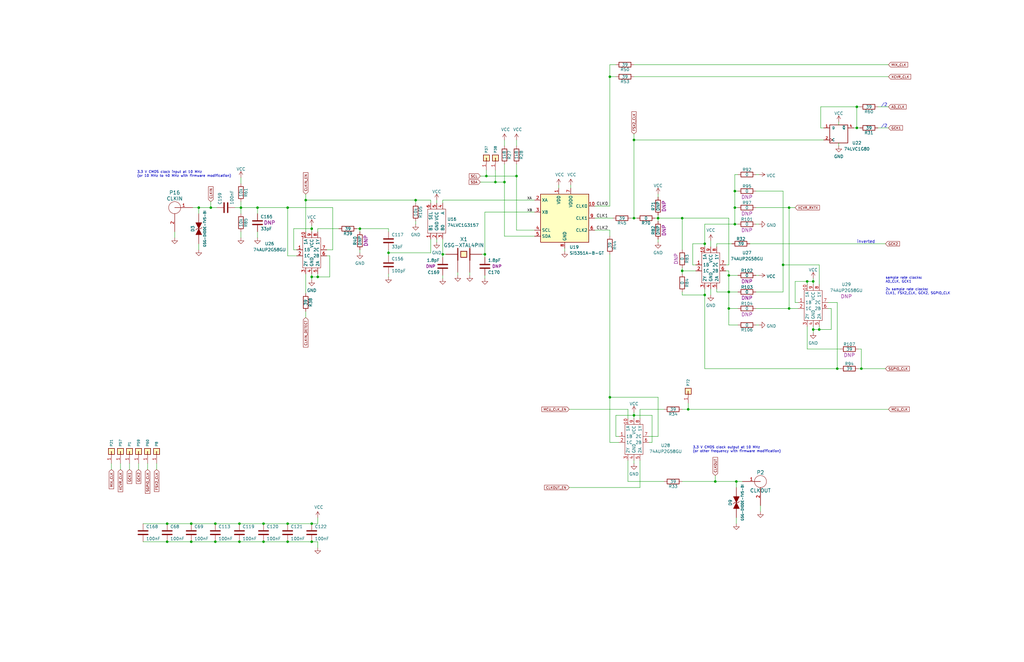
<source format=kicad_sch>
(kicad_sch (version 20211123) (generator eeschema)
  (paper "USLedger")
  (title_block (title "HackRF One") (date "2022-08-29") (rev "r9") (company "Copyright 2012-2022 Great Scott Gadgets") (comment 1 "Michael Ossmann") (comment 2 "Licensed under the CERN-OHL-P v2"))
  (junction (at 257.175 167.64))
  (junction (at 332.74 87.63))
  (junction (at 340.36 118.745))
  (junction (at 342.9 139.065))
  (junction (at 361.315 53.975))
  (junction (at 212.725 76.835))
  (junction (at 345.44 139.065))
  (junction (at 307.34 123.19))
  (junction (at 361.315 45.085))
  (junction (at 70.485 220.98))
  (junction (at 332.74 130.175))
  (junction (at 121.285 87.63))
  (junction (at 100.965 228.6))
  (junction (at 70.485 228.6))
  (junction (at 208.915 76.835))
  (junction (at 217.805 74.295))
  (junction (at 121.285 220.98))
  (junction (at 163.83 106.68))
  (junction (at 297.18 102.87))
  (junction (at 80.645 220.98))
  (junction (at 342.9 118.745))
  (junction (at 83.82 87.63))
  (junction (at 131.445 220.98))
  (junction (at 301.625 203.2))
  (junction (at 204.47 107.315))
  (junction (at 88.9 87.63))
  (junction (at 309.88 87.63))
  (junction (at 287.655 114.3))
  (junction (at 307.34 116.205))
  (junction (at 111.125 228.6))
  (junction (at 297.18 124.46))
  (junction (at 363.22 155.575))
  (junction (at 80.645 228.6))
  (junction (at 309.88 94.615))
  (junction (at 267.335 175.26))
  (junction (at 309.88 80.645))
  (junction (at 90.805 228.6))
  (junction (at 131.445 228.6))
  (junction (at 131.445 116.84))
  (junction (at 111.125 220.98))
  (junction (at 128.905 84.455))
  (junction (at 267.335 92.075))
  (junction (at 175.26 84.455))
  (junction (at 353.06 155.575))
  (junction (at 101.6 87.63))
  (junction (at 310.515 203.2))
  (junction (at 205.105 74.295))
  (junction (at 330.2 111.76))
  (junction (at 151.765 96.52))
  (junction (at 287.655 92.075))
  (junction (at 186.69 107.315))
  (junction (at 267.335 59.055))
  (junction (at 277.495 92.075))
  (junction (at 90.805 220.98))
  (junction (at 131.445 96.52))
  (junction (at 307.34 130.175))
  (junction (at 108.585 87.63))
  (junction (at 133.985 116.84))
  (junction (at 257.175 32.385))
  (junction (at 100.965 220.98))
  (junction (at 290.195 172.72))
  (junction (at 121.285 228.6))
  (wire (pts (xy 353.695 60.325) (xy 353.695 61.595)))
  (wire (pts (xy 163.83 116.84) (xy 163.83 115.57)))
  (wire (pts (xy 340.36 137.795) (xy 340.36 147.32)))
  (wire (pts (xy 274.955 175.26) (xy 267.335 175.26)))
  (wire (pts (xy 186.69 100.965) (xy 186.69 107.315)))
  (wire (pts (xy 342.9 137.795) (xy 342.9 139.065)))
  (wire (pts (xy 212.725 99.695) (xy 225.425 99.695)))
  (wire (pts (xy 335.28 118.745) (xy 335.28 127.635)))
  (wire (pts (xy 332.74 87.63) (xy 335.28 87.63)))
  (wire (pts (xy 274.955 186.69) (xy 274.955 175.26)))
  (wire (pts (xy 217.805 59.055) (xy 217.805 61.595)))
  (wire (pts (xy 202.565 74.295) (xy 205.105 74.295)))
  (wire (pts (xy 70.485 220.98) (xy 60.325 220.98)))
  (wire (pts (xy 302.26 102.87) (xy 308.61 102.87)))
  (wire (pts (xy 257.175 97.155) (xy 257.175 99.695)))
  (wire (pts (xy 259.715 184.15) (xy 260.985 184.15)))
  (wire (pts (xy 353.06 127.635) (xy 353.06 155.575)))
  (wire (pts (xy 83.82 90.17) (xy 83.82 87.63)))
  (wire (pts (xy 309.88 94.615) (xy 297.18 94.615)))
  (wire (pts (xy 307.34 111.76) (xy 307.34 92.075)))
  (wire (pts (xy 264.795 194.31) (xy 264.795 203.2)))
  (wire (pts (xy 46.99 195.58) (xy 46.99 198.12)))
  (wire (pts (xy 269.875 176.53) (xy 269.875 172.72)))
  (wire (pts (xy 90.805 228.6) (xy 100.965 228.6)))
  (wire (pts (xy 111.125 228.6) (xy 121.285 228.6)))
  (wire (pts (xy 299.72 121.92) (xy 299.72 124.46)))
  (wire (pts (xy 100.965 220.98) (xy 90.805 220.98)))
  (wire (pts (xy 186.69 107.315) (xy 187.96 107.315)))
  (wire (pts (xy 293.37 114.3) (xy 287.655 114.3)))
  (wire (pts (xy 101.6 87.63) (xy 101.6 90.17)))
  (wire (pts (xy 287.655 124.46) (xy 297.18 124.46)))
  (wire (pts (xy 225.425 89.535) (xy 204.47 89.535)))
  (wire (pts (xy 336.55 130.175) (xy 332.74 130.175)))
  (wire (pts (xy 250.825 97.155) (xy 257.175 97.155)))
  (wire (pts (xy 290.195 170.18) (xy 290.195 172.72)))
  (wire (pts (xy 131.445 96.52) (xy 131.445 95.25)))
  (wire (pts (xy 309.88 87.63) (xy 309.88 94.615)))
  (wire (pts (xy 335.28 127.635) (xy 336.55 127.635)))
  (wire (pts (xy 307.34 116.205) (xy 307.34 114.3)))
  (wire (pts (xy 250.825 86.995) (xy 257.175 86.995)))
  (wire (pts (xy 311.15 94.615) (xy 309.88 94.615)))
  (wire (pts (xy 297.18 94.615) (xy 297.18 102.87)))
  (wire (pts (xy 307.34 137.16) (xy 307.34 130.175)))
  (wire (pts (xy 287.655 115.57) (xy 287.655 114.3)))
  (wire (pts (xy 121.285 220.98) (xy 131.445 220.98)))
  (wire (pts (xy 267.335 92.075) (xy 268.605 92.075)))
  (wire (pts (xy 301.625 200.66) (xy 301.625 203.2)))
  (wire (pts (xy 131.445 116.84) (xy 133.985 116.84)))
  (wire (pts (xy 73.66 97.79) (xy 73.66 100.33)))
  (wire (pts (xy 203.2 107.315) (xy 204.47 107.315)))
  (wire (pts (xy 307.34 123.19) (xy 307.34 130.175)))
  (wire (pts (xy 131.445 118.11) (xy 131.445 116.84)))
  (wire (pts (xy 311.15 73.66) (xy 309.88 73.66)))
  (wire (pts (xy 370.205 45.085) (xy 374.65 45.085)))
  (wire (pts (xy 137.795 105.41) (xy 140.335 105.41)))
  (wire (pts (xy 238.125 104.775) (xy 238.125 106.045)))
  (wire (pts (xy 277.495 100.965) (xy 277.495 102.235)))
  (wire (pts (xy 346.075 53.975) (xy 347.345 53.975)))
  (wire (pts (xy 287.655 92.075) (xy 277.495 92.075)))
  (wire (pts (xy 151.765 96.52) (xy 151.765 97.79)))
  (wire (pts (xy 202.565 76.835) (xy 208.915 76.835)))
  (wire (pts (xy 318.77 130.175) (xy 332.74 130.175)))
  (wire (pts (xy 277.495 92.075) (xy 277.495 93.345)))
  (wire (pts (xy 318.77 73.66) (xy 320.04 73.66)))
  (wire (pts (xy 121.285 228.6) (xy 131.445 228.6)))
  (wire (pts (xy 277.495 167.64) (xy 277.495 184.15)))
  (wire (pts (xy 139.065 116.84) (xy 139.065 107.95)))
  (wire (pts (xy 307.34 92.075) (xy 287.655 92.075)))
  (wire (pts (xy 302.26 104.14) (xy 302.26 102.87)))
  (wire (pts (xy 240.03 205.74) (xy 269.875 205.74)))
  (wire (pts (xy 217.805 69.215) (xy 217.805 74.295)))
  (wire (pts (xy 302.26 123.19) (xy 307.34 123.19)))
  (wire (pts (xy 257.175 32.385) (xy 257.175 86.995)))
  (wire (pts (xy 99.06 87.63) (xy 101.6 87.63)))
  (wire (pts (xy 151.765 105.41) (xy 151.765 106.68)))
  (wire (pts (xy 307.34 114.3) (xy 306.07 114.3)))
  (wire (pts (xy 88.9 87.63) (xy 88.9 85.09)))
  (wire (pts (xy 125.095 107.95) (xy 121.285 107.95)))
  (wire (pts (xy 163.83 105.41) (xy 163.83 106.68)))
  (wire (pts (xy 267.335 92.075) (xy 267.335 59.055)))
  (wire (pts (xy 345.44 111.76) (xy 330.2 111.76)))
  (wire (pts (xy 140.335 87.63) (xy 121.285 87.63)))
  (wire (pts (xy 128.905 84.455) (xy 128.905 97.79)))
  (wire (pts (xy 269.875 194.31) (xy 269.875 205.74)))
  (wire (pts (xy 123.825 105.41) (xy 125.095 105.41)))
  (wire (pts (xy 330.2 123.19) (xy 318.77 123.19)))
  (wire (pts (xy 133.985 228.6) (xy 133.985 231.14)))
  (wire (pts (xy 91.44 87.63) (xy 88.9 87.63)))
  (wire (pts (xy 163.83 106.68) (xy 181.61 106.68)))
  (wire (pts (xy 287.655 203.2) (xy 301.625 203.2)))
  (wire (pts (xy 217.805 97.155) (xy 225.425 97.155)))
  (wire (pts (xy 361.315 53.975) (xy 362.585 53.975)))
  (wire (pts (xy 133.985 97.79) (xy 133.985 96.52)))
  (wire (pts (xy 287.655 105.41) (xy 287.655 92.075)))
  (wire (pts (xy 131.445 220.98) (xy 133.985 220.98)))
  (wire (pts (xy 267.335 175.26) (xy 267.335 173.99)))
  (wire (pts (xy 309.88 73.66) (xy 309.88 80.645)))
  (wire (pts (xy 133.985 116.84) (xy 139.065 116.84)))
  (wire (pts (xy 133.985 96.52) (xy 142.875 96.52)))
  (wire (pts (xy 349.25 127.635) (xy 353.06 127.635)))
  (wire (pts (xy 307.34 116.205) (xy 311.15 116.205)))
  (wire (pts (xy 267.335 176.53) (xy 267.335 175.26)))
  (wire (pts (xy 309.88 80.645) (xy 311.15 80.645)))
  (wire (pts (xy 276.225 92.075) (xy 277.495 92.075)))
  (wire (pts (xy 123.825 96.52) (xy 123.825 105.41)))
  (wire (pts (xy 342.9 120.015) (xy 342.9 118.745)))
  (wire (pts (xy 184.15 85.725) (xy 184.15 84.455)))
  (wire (pts (xy 297.18 102.87) (xy 297.18 104.14)))
  (wire (pts (xy 370.205 53.975) (xy 374.65 53.975)))
  (wire (pts (xy 90.805 220.98) (xy 80.645 220.98)))
  (wire (pts (xy 58.42 195.58) (xy 58.42 198.12)))
  (wire (pts (xy 302.26 121.92) (xy 302.26 123.19)))
  (wire (pts (xy 257.175 186.69) (xy 257.175 167.64)))
  (wire (pts (xy 184.15 100.965) (xy 184.15 102.235)))
  (wire (pts (xy 277.495 184.15) (xy 273.685 184.15)))
  (wire (pts (xy 292.1 111.76) (xy 293.37 111.76)))
  (wire (pts (xy 287.655 172.72) (xy 290.195 172.72)))
  (wire (pts (xy 267.335 32.385) (xy 374.65 32.385)))
  (wire (pts (xy 311.15 137.16) (xy 307.34 137.16)))
  (wire (pts (xy 292.1 102.87) (xy 292.1 111.76)))
  (wire (pts (xy 260.985 186.69) (xy 257.175 186.69)))
  (wire (pts (xy 80.645 228.6) (xy 90.805 228.6)))
  (wire (pts (xy 193.04 116.205) (xy 193.04 114.935)))
  (wire (pts (xy 267.335 56.515) (xy 267.335 59.055)))
  (wire (pts (xy 273.685 186.69) (xy 274.955 186.69)))
  (wire (pts (xy 151.765 96.52) (xy 163.83 96.52)))
  (wire (pts (xy 66.04 195.58) (xy 66.04 198.12)))
  (wire (pts (xy 257.175 27.305) (xy 259.715 27.305)))
  (wire (pts (xy 307.34 123.19) (xy 311.15 123.19)))
  (wire (pts (xy 267.335 175.26) (xy 259.715 175.26)))
  (wire (pts (xy 345.44 120.015) (xy 345.44 111.76)))
  (wire (pts (xy 101.6 97.79) (xy 101.6 100.33)))
  (wire (pts (xy 340.36 118.745) (xy 340.36 120.015)))
  (wire (pts (xy 80.645 220.98) (xy 70.485 220.98)))
  (wire (pts (xy 100.965 220.98) (xy 111.125 220.98)))
  (wire (pts (xy 311.15 130.175) (xy 307.34 130.175)))
  (wire (pts (xy 204.47 89.535) (xy 204.47 107.315)))
  (wire (pts (xy 363.22 155.575) (xy 373.38 155.575)))
  (wire (pts (xy 101.6 87.63) (xy 108.585 87.63)))
  (wire (pts (xy 181.61 106.68) (xy 181.61 100.965)))
  (wire (pts (xy 133.985 115.57) (xy 133.985 116.84)))
  (wire (pts (xy 361.95 155.575) (xy 363.22 155.575)))
  (wire (pts (xy 277.495 83.185) (xy 277.495 81.915)))
  (wire (pts (xy 267.335 27.305) (xy 374.65 27.305)))
  (wire (pts (xy 330.2 80.645) (xy 318.77 80.645)))
  (wire (pts (xy 330.2 111.76) (xy 330.2 123.19)))
  (wire (pts (xy 111.125 220.98) (xy 121.285 220.98)))
  (wire (pts (xy 208.915 71.755) (xy 208.915 76.835)))
  (wire (pts (xy 250.825 92.075) (xy 258.445 92.075)))
  (wire (pts (xy 257.175 27.305) (xy 257.175 32.385)))
  (wire (pts (xy 205.105 74.295) (xy 217.805 74.295)))
  (wire (pts (xy 101.6 85.09) (xy 101.6 87.63)))
  (wire (pts (xy 131.445 228.6) (xy 133.985 228.6)))
  (wire (pts (xy 310.515 205.74) (xy 310.515 203.2)))
  (wire (pts (xy 128.905 115.57) (xy 128.905 123.825)))
  (wire (pts (xy 361.315 53.975) (xy 360.045 53.975)))
  (wire (pts (xy 257.175 107.315) (xy 257.175 167.64)))
  (wire (pts (xy 235.585 79.375) (xy 235.585 78.105)))
  (wire (pts (xy 342.9 118.745) (xy 340.36 118.745)))
  (wire (pts (xy 345.44 139.065) (xy 350.52 139.065)))
  (wire (pts (xy 361.315 45.085) (xy 362.585 45.085)))
  (wire (pts (xy 310.515 220.98) (xy 310.515 218.44)))
  (wire (pts (xy 175.26 94.615) (xy 175.26 93.345)))
  (wire (pts (xy 212.725 76.835) (xy 212.725 99.695)))
  (wire (pts (xy 361.95 147.32) (xy 363.22 147.32)))
  (wire (pts (xy 318.77 116.205) (xy 320.04 116.205)))
  (wire (pts (xy 297.18 155.575) (xy 297.18 124.46)))
  (wire (pts (xy 259.715 175.26) (xy 259.715 184.15)))
  (wire (pts (xy 353.695 51.435) (xy 353.695 52.705)))
  (wire (pts (xy 345.44 137.795) (xy 345.44 139.065)))
  (wire (pts (xy 320.675 213.36) (xy 320.675 215.9)))
  (wire (pts (xy 175.26 84.455) (xy 181.61 84.455)))
  (wire (pts (xy 318.77 87.63) (xy 332.74 87.63)))
  (wire (pts (xy 139.065 107.95) (xy 137.795 107.95)))
  (wire (pts (xy 128.905 133.985) (xy 128.905 131.445)))
  (wire (pts (xy 342.9 118.745) (xy 342.9 117.475)))
  (wire (pts (xy 306.07 111.76) (xy 307.34 111.76)))
  (wire (pts (xy 257.175 167.64) (xy 277.495 167.64)))
  (wire (pts (xy 70.485 228.6) (xy 80.645 228.6)))
  (wire (pts (xy 277.495 90.805) (xy 277.495 92.075)))
  (wire (pts (xy 186.69 116.205) (xy 186.69 117.475)))
  (wire (pts (xy 301.625 203.2) (xy 310.515 203.2)))
  (wire (pts (xy 212.725 59.055) (xy 212.725 61.595)))
  (wire (pts (xy 340.36 118.745) (xy 335.28 118.745)))
  (wire (pts (xy 361.315 45.085) (xy 361.315 53.975)))
  (wire (pts (xy 267.335 194.31) (xy 267.335 195.58)))
  (wire (pts (xy 150.495 96.52) (xy 151.765 96.52)))
  (wire (pts (xy 100.965 228.6) (xy 111.125 228.6)))
  (wire (pts (xy 123.825 96.52) (xy 131.445 96.52)))
  (wire (pts (xy 350.52 139.065) (xy 350.52 130.175)))
  (wire (pts (xy 342.9 140.335) (xy 342.9 139.065)))
  (wire (pts (xy 318.77 94.615) (xy 320.04 94.615)))
  (wire (pts (xy 309.88 80.645) (xy 309.88 87.63)))
  (wire (pts (xy 186.69 84.455) (xy 186.69 85.725)))
  (wire (pts (xy 267.335 59.055) (xy 347.345 59.055)))
  (wire (pts (xy 264.795 203.2) (xy 280.035 203.2)))
  (wire (pts (xy 353.06 155.575) (xy 297.18 155.575)))
  (wire (pts (xy 205.105 71.755) (xy 205.105 74.295)))
  (wire (pts (xy 350.52 130.175) (xy 349.25 130.175)))
  (wire (pts (xy 297.18 121.92) (xy 297.18 124.46)))
  (wire (pts (xy 140.335 105.41) (xy 140.335 87.63)))
  (wire (pts (xy 186.69 84.455) (xy 225.425 84.455)))
  (wire (pts (xy 175.26 85.725) (xy 175.26 84.455)))
  (wire (pts (xy 83.82 105.41) (xy 83.82 102.87)))
  (wire (pts (xy 101.6 74.93) (xy 101.6 77.47)))
  (wire (pts (xy 60.325 228.6) (xy 70.485 228.6)))
  (wire (pts (xy 316.23 102.87) (xy 373.38 102.87)))
  (wire (pts (xy 54.61 195.58) (xy 54.61 198.12)))
  (wire (pts (xy 320.04 137.16) (xy 318.77 137.16)))
  (wire (pts (xy 240.665 79.375) (xy 240.665 78.105)))
  (wire (pts (xy 240.03 172.72) (xy 264.795 172.72)))
  (wire (pts (xy 208.915 76.835) (xy 212.725 76.835)))
  (wire (pts (xy 332.74 87.63) (xy 332.74 130.175)))
  (wire (pts (xy 128.905 84.455) (xy 175.26 84.455)))
  (wire (pts (xy 287.655 123.19) (xy 287.655 124.46)))
  (wire (pts (xy 264.795 176.53) (xy 264.795 172.72)))
  (wire (pts (xy 266.065 92.075) (xy 267.335 92.075)))
  (wire (pts (xy 217.805 74.295) (xy 217.805 97.155)))
  (wire (pts (xy 108.585 87.63) (xy 121.285 87.63)))
  (wire (pts (xy 290.195 172.72) (xy 374.65 172.72)))
  (wire (pts (xy 108.585 90.17) (xy 108.585 87.63)))
  (wire (pts (xy 204.47 107.315) (xy 204.47 108.585)))
  (wire (pts (xy 340.36 147.32) (xy 354.33 147.32)))
  (wire (pts (xy 363.22 147.32) (xy 363.22 155.575)))
  (wire (pts (xy 342.9 139.065) (xy 345.44 139.065)))
  (wire (pts (xy 346.075 53.975) (xy 346.075 45.085)))
  (wire (pts (xy 83.82 87.63) (xy 88.9 87.63)))
  (wire (pts (xy 299.72 101.6) (xy 299.72 104.14)))
  (wire (pts (xy 212.725 69.215) (xy 212.725 76.835)))
  (wire (pts (xy 269.875 172.72) (xy 280.035 172.72)))
  (wire (pts (xy 354.33 155.575) (xy 353.06 155.575)))
  (wire (pts (xy 128.905 81.915) (xy 128.905 84.455)))
  (wire (pts (xy 204.47 117.475) (xy 204.47 116.205)))
  (wire (pts (xy 131.445 115.57) (xy 131.445 116.84)))
  (wire (pts (xy 163.83 106.68) (xy 163.83 107.95)))
  (wire (pts (xy 108.585 97.79) (xy 108.585 100.33)))
  (wire (pts (xy 297.18 102.87) (xy 292.1 102.87)))
  (wire (pts (xy 131.445 97.79) (xy 131.445 96.52)))
  (wire (pts (xy 186.69 108.585) (xy 186.69 107.315)))
  (wire (pts (xy 309.88 87.63) (xy 311.15 87.63)))
  (wire (pts (xy 121.285 87.63) (xy 121.285 107.95)))
  (wire (pts (xy 62.23 198.12) (xy 62.23 195.58)))
  (wire (pts (xy 198.12 114.935) (xy 198.12 116.205)))
  (wire (pts (xy 346.075 45.085) (xy 361.315 45.085)))
  (wire (pts (xy 163.83 96.52) (xy 163.83 97.79)))
  (wire (pts (xy 330.2 111.76) (xy 330.2 80.645)))
  (wire (pts (xy 133.985 220.98) (xy 133.985 218.44)))
  (wire (pts (xy 307.34 123.19) (xy 307.34 116.205)))
  (wire (pts (xy 310.515 203.2) (xy 313.055 203.2)))
  (wire (pts (xy 50.8 195.58) (xy 50.8 198.12)))
  (wire (pts (xy 257.175 32.385) (xy 259.715 32.385)))
  (wire (pts (xy 81.28 87.63) (xy 83.82 87.63)))
  (wire (pts (xy 181.61 84.455) (xy 181.61 85.725)))
  (wire (pts (xy 287.655 113.03) (xy 287.655 114.3)))
  (text "/2" (at 371.475 53.975 0) (effects (font (size 1.27 1.27)) (justify left bottom)))
  (text "inverted" (at 361.315 102.87 0) (effects (font (size 1.27 1.27)) (justify left bottom)))
  (text "3.3 V CMOS clock input at 10 MHz\n(or 10 MHz to 40 MHz with firmware modification)" (at 57.785 74.93 0) (effects (font (size 1.016 1.016)) (justify left bottom)))
  (text "sample rate clocks:\nAD_CLK, GCK1\n\n2x sample rate clocks:\nCLK1, FSX2_CLK, GCK2, SGPIO_CLK" (at 373.38 124.46 0) (effects (font (size 1.016 1.016)) (justify left bottom)))
  (text "/2" (at 371.475 45.085 0) (effects (font (size 1.27 1.27)) (justify left bottom)))
  (text "3.3 V CMOS clock output at 10 MHz\n(or other frequency with firmware modification)" (at 292.1 191.135 0) (effects (font (size 1.016 1.016)) (justify left bottom)))
  (label "CLK0" (at 251.46 86.995 0))
  (label "CLK1" (at 251.46 92.075 0))
  (label "CLK2" (at 251.46 97.155 0))
  (label "XA" (at 222.25 84.455 0) (effects (font (size 1.016 1.016))))
  (label "XB" (at 222.25 89.535 0) (effects (font (size 1.016 1.016))))
  (global_label "GCK1" (shape input) (at 54.61 198.12 270) (effects (font (size 1.016 1.016))) (property "Intersheet References" "${INTERSHEET_REFS}" (effects hide)))
  (global_label "XCVR_CLK" (shape input) (at 374.65 32.385 0) (effects (font (size 1.016 1.016))) (property "Intersheet References" "${INTERSHEET_REFS}" (effects hide)))
  (global_label "FSX2_CLK" (shape input) (at 66.04 198.12 270) (effects (font (size 1.016 1.016))) (property "Intersheet References" "${INTERSHEET_REFS}" (effects hide)))
  (global_label "SCL" (shape input) (at 202.565 74.295 180) (effects (font (size 1.016 1.016))) (property "Intersheet References" "${INTERSHEET_REFS}" (effects hide)))
  (global_label "CLKIN_EN" (shape input) (at 128.905 81.915 90) (effects (font (size 1.016 1.016))) (property "Intersheet References" "${INTERSHEET_REFS}" (effects hide)))
  (global_label "MIX_CLK" (shape input) (at 374.65 27.305 0) (effects (font (size 1.016 1.016))) (property "Intersheet References" "${INTERSHEET_REFS}" (effects hide)))
  (global_label "GCK2" (shape input) (at 58.42 198.12 270) (effects (font (size 1.016 1.016))) (property "Intersheet References" "${INTERSHEET_REFS}" (effects hide)))
  (global_label "SDA" (shape input) (at 202.565 76.835 180) (effects (font (size 1.016 1.016))) (property "Intersheet References" "${INTERSHEET_REFS}" (effects hide)))
  (global_label "AD_CLK" (shape input) (at 374.65 45.085 0) (effects (font (size 1.016 1.016))) (property "Intersheet References" "${INTERSHEET_REFS}" (effects hide)))
  (global_label "CLKIN_DETECT" (shape input) (at 128.905 133.985 270) (effects (font (size 1.016 1.016))) (property "Intersheet References" "${INTERSHEET_REFS}" (effects hide)))
  (global_label "CLKOUT_EN" (shape input) (at 240.03 205.74 180) (effects (font (size 1.016 1.016))) (property "Intersheet References" "${INTERSHEET_REFS}" (effects hide)))
  (global_label "MIX_CLK" (shape input) (at 46.99 198.12 270) (effects (font (size 1.016 1.016))) (property "Intersheet References" "${INTERSHEET_REFS}" (effects hide)))
  (global_label "MCU_CLK_EN" (shape input) (at 240.03 172.72 180) (effects (font (size 1.016 1.016))) (property "Intersheet References" "${INTERSHEET_REFS}" (effects hide)))
  (global_label "SGPIO_CLK" (shape input) (at 373.38 155.575 0) (effects (font (size 1.016 1.016))) (property "Intersheet References" "${INTERSHEET_REFS}" (effects hide)))
  (global_label "CLKOUT" (shape input) (at 301.625 200.66 90) (effects (font (size 1.016 1.016))) (property "Intersheet References" "${INTERSHEET_REFS}" (effects hide)))
  (global_label "CLKIN" (shape input) (at 88.9 85.09 90) (effects (font (size 1.016 1.016))) (property "Intersheet References" "${INTERSHEET_REFS}" (effects hide)))
  (global_label "XCVR_RXTX" (shape input) (at 335.28 87.63 0) (effects (font (size 1.016 1.016))) (property "Intersheet References" "${INTERSHEET_REFS}" (effects hide)))
  (global_label "MCU_CLK" (shape input) (at 374.65 172.72 0) (effects (font (size 1.016 1.016))) (property "Intersheet References" "${INTERSHEET_REFS}" (effects hide)))
  (global_label "FSX2_CLK" (shape input) (at 267.335 56.515 90) (effects (font (size 1.016 1.016))) (property "Intersheet References" "${INTERSHEET_REFS}" (effects hide)))
  (global_label "SGPIO_CLK" (shape input) (at 62.23 198.12 270) (effects (font (size 1.016 1.016))) (property "Intersheet References" "${INTERSHEET_REFS}" (effects hide)))
  (global_label "GCK1" (shape input) (at 374.65 53.975 0) (effects (font (size 1.016 1.016))) (property "Intersheet References" "${INTERSHEET_REFS}" (effects hide)))
  (global_label "XCVR_CLK" (shape input) (at 50.8 198.12 270) (effects (font (size 1.016 1.016))) (property "Intersheet References" "${INTERSHEET_REFS}" (effects hide)))
  (global_label "GCK2" (shape input) (at 373.38 102.87 0) (effects (font (size 1.016 1.016))) (property "Intersheet References" "${INTERSHEET_REFS}" (effects hide)))
  (symbol (lib_id "Device:R") (at 212.725 65.405 0) (unit 1)
    (property "Reference" "R27" (at 214.757 65.405 90))
    (property "Value" "1k8" (at 212.725 65.405 90))
    (property "Footprint" "hackrf:GSG-0402" (effects hide))
    (property "Manufacturer" "Stackpole" (effects hide))
    (property "Part Number" "RMCF0402JT1K80" (effects hide))
    (property "Description" "RES TF 1.8K OHM 5% 1/16W 0402" (effects hide))
  )
  (symbol (lib_id "hackrf:GSG-XTAL4PIN") (at 195.58 107.315 0) (unit 1)
    (property "Reference" "X1" (at 195.58 100.965 0) (effects (font (size 1.524 1.524))))
    (property "Value" "GSG-XTAL4PIN" (at 195.58 103.505 0) (effects (font (size 1.524 1.524))))
    (property "Footprint" "hackrf:GSG-XTAL3.2x2.5mm" (effects hide))
    (property "Manufacturer" "Raltron" (effects hide))
    (property "Part Number" "RH100-25.000-12-F-1010-TR" (effects hide))
    (property "Description" "CRYSTAL 25.0000MHZ 12PF SMD" (effects hide))
  )
  (symbol (lib_id "power:GND") (at 198.12 116.205 0) (unit 1)
    (property "Reference" "#PWR0128" (effects hide))
    (property "Value" "GND" (effects hide))
  )
  (symbol (lib_id "power:GND") (at 193.04 116.205 0) (unit 1)
    (property "Reference" "#PWR0127" (effects hide))
    (property "Value" "GND" (effects hide))
  )
  (symbol (lib_id "hackrf:GSG-RF-CONN") (at 73.66 87.63 0) (unit 1)
    (property "Reference" "P16" (at 73.66 81.28 0) (effects (font (size 1.524 1.524))))
    (property "Value" "CLKIN" (at 73.66 83.82 0) (effects (font (size 1.524 1.524))))
    (property "Footprint" "hackrf:GSG-SMA-73251-2120" (effects hide))
    (property "Manufacturer" "Molex" (effects hide))
    (property "Part Number" "73251-2121" (effects hide))
    (property "Description" "CONN SMA JACK 50 OHM EDGE MNT W/JAM NUT & LOCK WASHER" (effects hide))
  )
  (symbol (lib_id "power:GND") (at 73.66 100.33 0) (unit 1)
    (property "Reference" "#PWR0126" (effects hide))
    (property "Value" "GND" (effects hide))
  )
  (symbol (lib_id "power:GND") (at 133.985 231.14 0) (unit 1)
    (property "Reference" "#PWR0121" (effects hide))
    (property "Value" "GND" (effects hide))
  )
  (symbol (lib_id "Device:C") (at 90.805 224.79 0) (unit 1)
    (property "Reference" "C113" (at 92.075 222.25 0) (effects (justify left)))
    (property "Value" "100nF" (at 92.075 227.33 0) (effects (justify left)))
    (property "Footprint" "hackrf:GSG-0402" (effects hide))
    (property "Manufacturer" "Murata" (effects hide))
    (property "Part Number" "GRM155R61A104KA01D" (effects hide))
    (property "Description" "CAP CER 0.1UF 10V 10% X5R 0402" (effects hide))
  )
  (symbol (lib_id "Device:C") (at 100.965 224.79 0) (unit 1)
    (property "Reference" "C119" (at 102.235 222.25 0) (effects (justify left)))
    (property "Value" "100nF" (at 102.235 227.33 0) (effects (justify left)))
    (property "Footprint" "hackrf:GSG-0402" (effects hide))
    (property "Manufacturer" "Murata" (effects hide))
    (property "Part Number" "GRM155R61A104KA01D" (effects hide))
    (property "Description" "CAP CER 0.1UF 10V 10% X5R 0402" (effects hide))
  )
  (symbol (lib_id "Device:C") (at 111.125 224.79 0) (unit 1)
    (property "Reference" "C120" (at 112.395 222.25 0) (effects (justify left)))
    (property "Value" "100nF" (at 112.395 227.33 0) (effects (justify left)))
    (property "Footprint" "hackrf:GSG-0402" (effects hide))
    (property "Manufacturer" "Murata" (effects hide))
    (property "Part Number" "GRM155R61A104KA01D" (effects hide))
    (property "Description" "CAP CER 0.1UF 10V 10% X5R 0402" (effects hide))
  )
  (symbol (lib_id "Device:C") (at 121.285 224.79 0) (unit 1)
    (property "Reference" "C121" (at 122.555 222.25 0) (effects (justify left)))
    (property "Value" "100nF" (at 122.555 227.33 0) (effects (justify left)))
    (property "Footprint" "hackrf:GSG-0402" (effects hide))
    (property "Manufacturer" "Murata" (effects hide))
    (property "Part Number" "GRM155R61A104KA01D" (effects hide))
    (property "Description" "CAP CER 0.1UF 10V 10% X5R 0402" (effects hide))
  )
  (symbol (lib_id "Device:C") (at 131.445 224.79 0) (unit 1)
    (property "Reference" "C122" (at 132.715 222.25 0) (effects (justify left)))
    (property "Value" "100nF" (at 132.715 227.33 0) (effects (justify left)))
    (property "Footprint" "hackrf:GSG-0402" (effects hide))
    (property "Manufacturer" "Murata" (effects hide))
    (property "Part Number" "GRM155R61A104KA01D" (effects hide))
    (property "Description" "CAP CER 0.1UF 10V 10% X5R 0402" (effects hide))
  )
  (symbol (lib_id "Device:R") (at 175.26 89.535 0) (unit 1)
    (property "Reference" "R105" (at 177.292 89.535 90))
    (property "Value" "10k" (at 175.26 89.535 90))
    (property "Footprint" "hackrf:GSG-0402" (effects hide))
    (property "Manufacturer" "Stackpole" (effects hide))
    (property "Part Number" "RMCF0402JT10K0" (effects hide))
    (property "Description" "RES 10K OHM 1/16W 5% 0402 SMD" (effects hide))
  )
  (symbol (lib_id "power:GND") (at 320.675 215.9 0) (unit 1)
    (property "Reference" "#PWR093" (effects hide))
    (property "Value" "GND" (effects hide))
  )
  (symbol (lib_id "hackrf:GSG-RF-CONN") (at 320.675 203.2 0) (mirror y) (unit 1)
    (property "Reference" "P2" (at 320.675 199.39 0) (effects (font (size 1.524 1.524))))
    (property "Value" "CLKOUT" (at 320.675 207.01 0) (effects (font (size 1.524 1.524))))
    (property "Footprint" "hackrf:GSG-SMA-73251-2120" (effects hide))
    (property "Manufacturer" "Molex" (effects hide))
    (property "Part Number" "73251-2121" (effects hide))
    (property "Description" "CONN SMA JACK 50 OHM EDGE MNT W/JAM NUT & LOCK WASHER" (effects hide))
  )
  (symbol (lib_id "Connector_Generic:Conn_01x01") (at 205.105 66.675 90) (unit 1)
    (property "Reference" "P37" (at 205.105 64.643 0) (effects (font (size 1.016 1.016)) (justify left)))
    (property "Value" "SCL" (effects hide))
    (property "Footprint" "hackrf:GSG-TESTPOINT-50MIL" (effects hide))
    (property "DNP" "DNP" (effects hide))
  )
  (symbol (lib_id "Connector_Generic:Conn_01x01") (at 208.915 66.675 90) (unit 1)
    (property "Reference" "P38" (at 208.915 64.643 0) (effects (font (size 1.016 1.016)) (justify left)))
    (property "Value" "SDA" (effects hide))
    (property "Footprint" "hackrf:GSG-TESTPOINT-50MIL" (effects hide))
    (property "DNP" "DNP" (effects hide))
  )
  (symbol (lib_id "Device:R") (at 101.6 93.98 0) (unit 1)
    (property "Reference" "R85" (at 103.632 93.98 90))
    (property "Value" "10k" (at 101.6 93.98 90))
    (property "Footprint" "hackrf:GSG-0402" (effects hide))
    (property "Manufacturer" "Stackpole" (effects hide))
    (property "Part Number" "RMCF0402JT10K0" (effects hide))
    (property "Description" "RES 10K OHM 1/16W 5% 0402 SMD" (effects hide))
  )
  (symbol (lib_id "power:GND") (at 101.6 100.33 0) (unit 1)
    (property "Reference" "#PWR092" (effects hide))
    (property "Value" "GND" (effects hide))
  )
  (symbol (lib_id "Device:R") (at 217.805 65.405 0) (unit 1)
    (property "Reference" "R28" (at 219.837 65.405 90))
    (property "Value" "1k8" (at 217.805 65.405 90))
    (property "Footprint" "hackrf:GSG-0402" (effects hide))
    (property "Manufacturer" "Stackpole" (effects hide))
    (property "Part Number" "RMCF0402JT1K80" (effects hide))
    (property "Description" "RES TF 1.8K OHM 5% 1/16W 0402" (effects hide))
  )
  (symbol (lib_id "Device:R") (at 358.14 155.575 270) (mirror x) (unit 1)
    (property "Reference" "R94" (at 358.14 153.543 90))
    (property "Value" "39" (at 358.14 155.575 90))
    (property "Footprint" "hackrf:GSG-0402" (effects hide))
    (property "Manufacturer" "Stackpole" (effects hide))
    (property "Part Number" "RMCF0402JT39R0" (effects hide))
    (property "Description" "RES 39 OHM 1/16W 5% 0402 SMD" (effects hide))
  )
  (symbol (lib_id "Device:R") (at 283.845 203.2 270) (unit 1)
    (property "Reference" "R33" (at 283.845 205.232 90))
    (property "Value" "39" (at 283.845 203.2 90))
    (property "Footprint" "hackrf:GSG-0402" (effects hide))
    (property "Manufacturer" "Stackpole" (effects hide))
    (property "Part Number" "RMCF0402JT39R0" (effects hide))
    (property "Description" "RES 39 OHM 1/16W 5% 0402 SMD" (effects hide))
  )
  (symbol (lib_id "hackrf:GSG-DIODE-TVS-BI") (at 310.515 212.09 90) (unit 1)
    (property "Reference" "D9" (at 307.975 212.09 0))
    (property "Value" "GSG-DIODE-TVS-BI" (at 313.055 212.09 0) (effects (font (size 1.016 1.016))))
    (property "Footprint" "hackrf:GSG-0402" (effects hide))
    (property "Manufacturer" "Murata" (effects hide))
    (property "Part Number" "LXES15AAA1-100" (effects hide))
    (property "Description" "TVS DIODE ESD .05PF 15KV 0402" (effects hide))
  )
  (symbol (lib_id "power:GND") (at 310.515 220.98 0) (unit 1)
    (property "Reference" "#PWR0171" (effects hide))
    (property "Value" "GND" (effects hide))
  )
  (symbol (lib_id "hackrf:GSG-DIODE-TVS-BI") (at 83.82 96.52 90) (unit 1)
    (property "Reference" "D3" (at 81.28 96.52 0))
    (property "Value" "GSG-DIODE-TVS-BI" (at 86.36 96.52 0) (effects (font (size 1.016 1.016))))
    (property "Footprint" "hackrf:GSG-0402" (effects hide))
    (property "Manufacturer" "Murata" (effects hide))
    (property "Part Number" "LXES15AAA1-100" (effects hide))
    (property "Description" "TVS DIODE ESD .05PF 15KV 0402" (effects hide))
  )
  (symbol (lib_id "power:GND") (at 83.82 105.41 0) (unit 1)
    (property "Reference" "#PWR0172" (effects hide))
    (property "Value" "GND" (effects hide))
  )
  (symbol (lib_id "Device:R") (at 312.42 102.87 270) (mirror x) (unit 1)
    (property "Reference" "R32" (at 312.42 100.838 90))
    (property "Value" "39" (at 312.42 102.87 90))
    (property "Footprint" "hackrf:GSG-0402" (effects hide))
    (property "Manufacturer" "Stackpole" (effects hide))
    (property "Part Number" "RMCF0402JT39R0" (effects hide))
    (property "Description" "RES 39 OHM 1/16W 5% 0402 SMD" (effects hide))
  )
  (symbol (lib_id "Device:R") (at 366.395 53.975 270) (unit 1)
    (property "Reference" "R31" (at 366.395 56.007 90))
    (property "Value" "39" (at 366.395 53.975 90))
    (property "Footprint" "hackrf:GSG-0402" (effects hide))
    (property "Manufacturer" "Stackpole" (effects hide))
    (property "Part Number" "RMCF0402JT39R0" (effects hide))
    (property "Description" "RES 39 OHM 1/16W 5% 0402 SMD" (effects hide))
  )
  (symbol (lib_id "Device:C") (at 186.69 112.395 180) (unit 1)
    (property "Reference" "C169" (at 185.42 114.935 0) (effects (justify left)))
    (property "Value" "1.8pF" (at 185.42 109.855 0) (effects (justify left)))
    (property "Footprint" "hackrf:GSG-0402" (effects hide))
    (property "DNP" "DNP" (at 181.61 112.395 0))
  )
  (symbol (lib_id "Device:C") (at 204.47 112.395 0) (mirror x) (unit 1)
    (property "Reference" "C170" (at 205.74 114.935 0) (effects (justify left)))
    (property "Value" "1.8pF" (at 205.74 109.855 0) (effects (justify left)))
    (property "Footprint" "hackrf:GSG-0402" (effects hide))
    (property "DNP" "DNP" (at 209.55 112.395 0))
  )
  (symbol (lib_id "power:GND") (at 186.69 117.475 0) (mirror y) (unit 1)
    (property "Reference" "#PWR0187" (effects hide))
    (property "Value" "GND" (effects hide))
  )
  (symbol (lib_id "power:GND") (at 204.47 117.475 0) (mirror y) (unit 1)
    (property "Reference" "#PWR0188" (effects hide))
    (property "Value" "GND" (effects hide))
  )
  (symbol (lib_id "power:VCC") (at 235.585 78.105 0) (unit 1)
    (property "Reference" "#PWR0203" (effects hide))
    (property "Value" "VCC" (at 236.0168 73.7108 0))
  )
  (symbol (lib_id "power:VCC") (at 217.805 59.055 0) (unit 1)
    (property "Reference" "#PWR0221" (effects hide))
    (property "Value" "VCC" (at 218.2368 54.6608 0))
  )
  (symbol (lib_id "power:VCC") (at 212.725 59.055 0) (unit 1)
    (property "Reference" "#PWR0227" (effects hide))
    (property "Value" "VCC" (at 213.1568 54.6608 0))
  )
  (symbol (lib_id "power:VCC") (at 133.985 218.44 0) (unit 1)
    (property "Reference" "#PWR0240" (effects hide))
    (property "Value" "VCC" (at 134.4168 214.0458 0))
  )
  (symbol (lib_id "power:GND") (at 108.585 100.33 0) (unit 1)
    (property "Reference" "#PWR0130" (effects hide))
    (property "Value" "GND" (effects hide))
  )
  (symbol (lib_id "Device:R") (at 314.96 80.645 90) (unit 1)
    (property "Reference" "R95" (at 314.96 78.613 90))
    (property "Value" "0" (at 314.96 80.645 90))
    (property "Footprint" "hackrf:GSG-0402" (effects hide))
    (property "Manufacturer" "Stackpole" (effects hide))
    (property "Part Number" "RMCF0402ZT0R00" (effects hide))
    (property "Description" "RES 0.0 OHM 1/16W 0402 SMD" (effects hide))
    (property "DNP" "DNP" (at 314.96 83.185 90) (effects (font (size 1.524 1.524))))
  )
  (symbol (lib_id "Device:R") (at 272.415 92.075 270) (unit 1)
    (property "Reference" "R70" (at 272.415 94.107 90))
    (property "Value" "0" (at 272.415 92.075 90))
    (property "Footprint" "hackrf:GSG-0402" (effects hide))
    (property "Manufacturer" "Stackpole" (effects hide))
    (property "Part Number" "RMCF0402ZT0R00" (effects hide))
    (property "Description" "RES 0.0 OHM 1/16W 0402 SMD" (effects hide))
  )
  (symbol (lib_id "Device:R") (at 314.96 137.16 270) (unit 1)
    (property "Reference" "R106" (at 314.96 139.192 90))
    (property "Value" "0" (at 314.96 137.16 90))
    (property "Footprint" "hackrf:GSG-0402" (effects hide))
    (property "Manufacturer" "Stackpole" (effects hide))
    (property "Part Number" "RMCF0402ZT0R00" (effects hide))
    (property "Description" "RES 0.0 OHM 1/16W 0402 SMD" (effects hide))
  )
  (symbol (lib_id "Device:R") (at 262.255 92.075 270) (unit 1)
    (property "Reference" "R45" (at 262.255 94.107 90))
    (property "Value" "39" (at 262.255 92.075 90))
    (property "Footprint" "hackrf:GSG-0402" (effects hide))
    (property "Manufacturer" "Stackpole" (effects hide))
    (property "Part Number" "RMCF0402JT39R0" (effects hide))
    (property "Description" "RES 39 OHM 1/16W 5% 0402 SMD" (effects hide))
  )
  (symbol (lib_id "Device:R") (at 366.395 45.085 270) (unit 1)
    (property "Reference" "R60" (at 366.395 47.117 90))
    (property "Value" "39" (at 366.395 45.085 90))
    (property "Footprint" "hackrf:GSG-0402" (effects hide))
    (property "Manufacturer" "Stackpole" (effects hide))
    (property "Part Number" "RMCF0402JT39R0" (effects hide))
    (property "Description" "RES 39 OHM 1/16W 5% 0402 SMD" (effects hide))
  )
  (symbol (lib_id "power:VCC") (at 320.04 73.66 270) (unit 1)
    (property "Reference" "#PWR0167" (effects hide))
    (property "Value" "VCC" (at 323.215 74.0938 90) (effects (justify left)))
  )
  (symbol (lib_id "74AUP2G58GU:74AUP2G58GU") (at 131.445 106.68 0) (unit 1)
    (property "Reference" "U26" (at 113.665 102.87 0))
    (property "Value" "74AUP2G58GU" (at 113.665 105.4069 0))
    (property "Footprint" "gsg-modules:XQFN10" (effects hide))
    (property "Datasheet" "https://assets.nexperia.com/documents/data-sheet/74AUP2G58.pdf" (effects hide))
    (property "Manufacturer" "Nexperia" (effects hide))
    (property "Part Number" "74AUP2G58GUX" (effects hide))
    (property "Description" "IC SCHMITT TRIGGER DUAL XQFN10" (effects hide))
  )
  (symbol (lib_id "power:GND") (at 299.72 124.46 0) (unit 1)
    (property "Reference" "#PWR0100" (effects hide))
    (property "Value" "GND" (at 299.72 128.9034 0))
  )
  (symbol (lib_id "Device:R") (at 287.655 109.22 0) (mirror x) (unit 1)
    (property "Reference" "R83" (at 289.687 109.22 90))
    (property "Value" "0" (at 287.655 109.22 90))
    (property "Footprint" "hackrf:GSG-0402" (effects hide))
    (property "Manufacturer" "Stackpole" (effects hide))
    (property "Part Number" "RMCF0402ZT0R00" (effects hide))
    (property "Description" "RES 0.0 OHM 1/16W 0402 SMD" (effects hide))
    (property "DNP" "DNP" (at 285.115 109.22 90) (effects (font (size 1.524 1.524))))
  )
  (symbol (lib_id "power:GND") (at 151.765 106.68 0) (unit 1)
    (property "Reference" "#PWR014" (effects hide))
    (property "Value" "GND" (at 151.765 111.1234 0))
  )
  (symbol (lib_id "74xGxx:74AUP1G80") (at 353.695 56.515 0) (unit 1)
    (property "Reference" "U22" (at 361.315 60.325 0))
    (property "Value" "74LVC1G80" (at 361.315 62.865 0))
    (property "Footprint" "Package_TO_SOT_SMD:SOT-353_SC-70-5" (effects hide))
    (property "Datasheet" "https://www.ti.com/lit/gpn/sn74lvc1g80" (effects hide))
    (property "Manufacturer" "Texas Instruments" (effects hide))
    (property "Part Number" "SN74LVC1G80DCKR" (effects hide))
    (property "Description" "IC FF D-TYPE SNGL 1BIT SC70-5" (effects hide))
  )
  (symbol (lib_id "power:VCC") (at 353.695 51.435 0) (unit 1)
    (property "Reference" "#PWR097" (effects hide))
    (property "Value" "VCC" (at 353.695 47.8592 0))
  )
  (symbol (lib_id "power:GND") (at 184.15 102.235 0) (unit 1)
    (property "Reference" "#PWR064" (effects hide))
    (property "Value" "GND" (at 184.15 106.6784 0))
  )
  (symbol (lib_id "Connector_Generic:Conn_01x01") (at 66.04 190.5 90) (unit 1)
    (property "Reference" "P8" (at 66.04 188.468 0) (effects (font (size 1.016 1.016)) (justify left)))
    (property "Value" "FSX2_CLK" (effects hide))
    (property "Footprint" "hackrf:GSG-TESTPOINT-50MIL" (effects hide))
    (property "DNP" "DNP" (effects hide))
  )
  (symbol (lib_id "power:VCC") (at 101.6 74.93 0) (unit 1)
    (property "Reference" "#PWR0129" (effects hide))
    (property "Value" "VCC" (at 101.6 71.3542 0))
  )
  (symbol (lib_id "Device:R") (at 277.495 86.995 180) (unit 1)
    (property "Reference" "R71" (at 275.463 86.995 90))
    (property "Value" "DNP" (at 277.495 86.995 90))
    (property "Footprint" "hackrf:GSG-0402" (effects hide))
    (property "DNP" "DNP" (at 280.035 86.995 90) (effects (font (size 1.524 1.524))))
  )
  (symbol (lib_id "74AUP2G58GU:74AUP2G58GU") (at 342.9 128.905 0) (unit 1)
    (property "Reference" "U29" (at 356.87 120.015 0))
    (property "Value" "74AUP2G58GU" (at 356.87 122.5519 0))
    (property "Footprint" "gsg-modules:XQFN10" (effects hide))
    (property "Datasheet" "https://assets.nexperia.com/documents/data-sheet/74AUP2G58.pdf" (effects hide))
    (property "Manufacturer" "Nexperia" (effects hide))
    (property "Part Number" "74AUP2G58GUX" (effects hide))
    (property "Description" "IC SCHMITT TRIGGER DUAL XQFN10" (effects hide))
    (property "DNP" "DNP" (at 356.87 125.095 0) (effects (font (size 1.524 1.524))))
  )
  (symbol (lib_id "Connector_Generic:Conn_01x01") (at 54.61 190.5 90) (unit 1)
    (property "Reference" "P1" (at 54.61 188.468 0) (effects (font (size 1.016 1.016)) (justify left)))
    (property "Value" "AD_CLK" (effects hide))
    (property "Footprint" "hackrf:GSG-TESTPOINT-50MIL" (effects hide))
    (property "DNP" "DNP" (effects hide))
  )
  (symbol (lib_id "Device:C") (at 95.25 87.63 90) (unit 1)
    (property "Reference" "C159" (at 92.71 86.36 0) (effects (justify left)))
    (property "Value" "100nF" (at 97.79 86.36 0) (effects (justify left)))
    (property "Footprint" "hackrf:GSG-0402" (effects hide))
    (property "Manufacturer" "Murata" (effects hide))
    (property "Part Number" "GRM155R61A104KA01D" (effects hide))
    (property "Description" "CAP CER 0.1UF 10V 10% X5R 0402" (effects hide))
  )
  (symbol (lib_id "power:GND") (at 238.125 106.045 0) (mirror y) (unit 1)
    (property "Reference" "#PWR068" (effects hide))
    (property "Value" "GND" (effects hide))
  )
  (symbol (lib_id "power:GND") (at 342.9 140.335 0) (unit 1)
    (property "Reference" "#PWR0195" (effects hide))
    (property "Value" "GND" (at 342.9 144.7784 0))
  )
  (symbol (lib_id "power:GND") (at 175.26 94.615 0) (unit 1)
    (property "Reference" "#PWR017" (effects hide))
    (property "Value" "GND" (at 175.26 99.0584 0))
  )
  (symbol (lib_id "power:GND") (at 353.695 61.595 0) (unit 1)
    (property "Reference" "#PWR098" (effects hide))
    (property "Value" "GND" (at 353.695 66.0384 0))
  )
  (symbol (lib_id "Device:R") (at 314.96 130.175 90) (unit 1)
    (property "Reference" "R104" (at 314.96 128.143 90))
    (property "Value" "0" (at 314.96 130.175 90))
    (property "Footprint" "hackrf:GSG-0402" (effects hide))
    (property "Manufacturer" "Stackpole" (effects hide))
    (property "Part Number" "RMCF0402ZT0R00" (effects hide))
    (property "Description" "RES 0.0 OHM 1/16W 0402 SMD" (effects hide))
    (property "DNP" "DNP" (at 314.96 132.715 90) (effects (font (size 1.524 1.524))))
  )
  (symbol (lib_id "Device:R") (at 263.525 27.305 270) (unit 1)
    (property "Reference" "R50" (at 263.525 29.337 90))
    (property "Value" "39" (at 263.525 27.305 90))
    (property "Footprint" "hackrf:GSG-0402" (effects hide))
    (property "Manufacturer" "Stackpole" (effects hide))
    (property "Part Number" "RMCF0402JT39R0" (effects hide))
    (property "Description" "RES 39 OHM 1/16W 5% 0402 SMD" (effects hide))
  )
  (symbol (lib_id "power:VCC") (at 131.445 95.25 0) (unit 1)
    (property "Reference" "#PWR04" (effects hide))
    (property "Value" "VCC" (at 131.445 91.6742 0))
  )
  (symbol (lib_id "Device:R") (at 314.96 94.615 90) (unit 1)
    (property "Reference" "R101" (at 314.96 92.583 90))
    (property "Value" "0" (at 314.96 94.615 90))
    (property "Footprint" "hackrf:GSG-0402" (effects hide))
    (property "Manufacturer" "Stackpole" (effects hide))
    (property "Part Number" "RMCF0402ZT0R00" (effects hide))
    (property "Description" "RES 0.0 OHM 1/16W 0402 SMD" (effects hide))
    (property "DNP" "DNP" (at 314.96 97.155 90) (effects (font (size 1.524 1.524))))
  )
  (symbol (lib_id "power:VCC") (at 320.04 116.205 270) (unit 1)
    (property "Reference" "#PWR0169" (effects hide))
    (property "Value" "VCC" (at 323.215 116.6388 90) (effects (justify left)))
  )
  (symbol (lib_id "power:VCC") (at 299.72 101.6 0) (unit 1)
    (property "Reference" "#PWR099" (effects hide))
    (property "Value" "VCC" (at 299.72 97.155 0))
  )
  (symbol (lib_id "power:GND") (at 131.445 118.11 0) (unit 1)
    (property "Reference" "#PWR013" (effects hide))
    (property "Value" "GND" (at 131.445 122.5534 0))
  )
  (symbol (lib_id "Device:R") (at 277.495 97.155 180) (unit 1)
    (property "Reference" "R82" (at 275.463 97.155 90))
    (property "Value" "DNP" (at 277.495 97.155 90))
    (property "Footprint" "hackrf:GSG-0402" (effects hide))
    (property "DNP" "DNP" (at 280.035 97.155 90) (effects (font (size 1.524 1.524))))
  )
  (symbol (lib_id "Connector_Generic:Conn_01x01") (at 62.23 190.5 90) (unit 1)
    (property "Reference" "P60" (at 62.23 188.468 0) (effects (font (size 1.016 1.016)) (justify left)))
    (property "Value" "SGPIO_CLK" (effects hide))
    (property "Footprint" "hackrf:GSG-TESTPOINT-50MIL" (effects hide))
    (property "DNP" "DNP" (effects hide))
  )
  (symbol (lib_id "Device:R") (at 101.6 81.28 0) (unit 1)
    (property "Reference" "R61" (at 103.632 81.28 90))
    (property "Value" "10k" (at 101.6 81.28 90))
    (property "Footprint" "hackrf:GSG-0402" (effects hide))
    (property "Manufacturer" "Stackpole" (effects hide))
    (property "Part Number" "RMCF0402JT10K0" (effects hide))
    (property "Description" "RES 10K OHM 1/16W 5% 0402 SMD" (effects hide))
  )
  (symbol (lib_id "Device:R") (at 287.655 119.38 0) (unit 1)
    (property "Reference" "R84" (at 289.687 119.38 90))
    (property "Value" "0" (at 287.655 119.38 90))
    (property "Footprint" "hackrf:GSG-0402" (effects hide))
    (property "Manufacturer" "Stackpole" (effects hide))
    (property "Part Number" "RMCF0402ZT0R00" (effects hide))
    (property "Description" "RES 0.0 OHM 1/16W 0402 SMD" (effects hide))
  )
  (symbol (lib_id "power:VCC") (at 240.665 78.105 0) (unit 1)
    (property "Reference" "#PWR078" (effects hide))
    (property "Value" "VCC" (at 241.0968 73.7108 0))
  )
  (symbol (lib_id "Device:R") (at 151.765 101.6 180) (unit 1)
    (property "Reference" "R40" (at 149.733 101.6 90))
    (property "Value" "DNP" (at 151.765 101.6 90))
    (property "Footprint" "hackrf:GSG-0402" (effects hide))
    (property "DNP" "DNP" (at 154.305 101.6 90) (effects (font (size 1.524 1.524))))
  )
  (symbol (lib_id "Device:R") (at 257.175 103.505 0) (unit 1)
    (property "Reference" "R44" (at 259.207 103.505 90))
    (property "Value" "39" (at 257.175 103.505 90))
    (property "Footprint" "hackrf:GSG-0402" (effects hide))
    (property "Manufacturer" "Stackpole" (effects hide))
    (property "Part Number" "RMCF0402JT39R0" (effects hide))
    (property "Description" "RES 39 OHM 1/16W 5% 0402 SMD" (effects hide))
  )
  (symbol (lib_id "Connector_Generic:Conn_01x01") (at 46.99 190.5 90) (unit 1)
    (property "Reference" "P21" (at 46.99 188.468 0) (effects (font (size 1.016 1.016)) (justify left)))
    (property "Value" "MIX_CLK" (effects hide))
    (property "Footprint" "hackrf:GSG-TESTPOINT-50MIL" (effects hide))
    (property "DNP" "DNP" (effects hide))
  )
  (symbol (lib_id "power:GND") (at 277.495 102.235 0) (unit 1)
    (property "Reference" "#PWR0163" (effects hide))
    (property "Value" "GND" (at 277.495 106.6784 0))
  )
  (symbol (lib_id "Device:R") (at 283.845 172.72 270) (unit 1)
    (property "Reference" "R34" (at 283.845 174.752 90))
    (property "Value" "39" (at 283.845 172.72 90))
    (property "Footprint" "hackrf:GSG-0402" (effects hide))
    (property "Manufacturer" "Stackpole" (effects hide))
    (property "Part Number" "RMCF0402JT39R0" (effects hide))
    (property "Description" "RES 39 OHM 1/16W 5% 0402 SMD" (effects hide))
  )
  (symbol (lib_id "Device:C") (at 70.485 224.79 0) (unit 1)
    (property "Reference" "C68" (at 71.755 222.25 0) (effects (justify left)))
    (property "Value" "100nF" (at 71.755 227.33 0) (effects (justify left)))
    (property "Footprint" "hackrf:GSG-0402" (effects hide))
    (property "Manufacturer" "Murata" (effects hide))
    (property "Part Number" "GRM155R61A104KA01D" (effects hide))
    (property "Description" "CAP CER 0.1UF 10V 10% X5R 0402" (effects hide))
  )
  (symbol (lib_id "power:VCC") (at 184.15 84.455 0) (unit 1)
    (property "Reference" "#PWR059" (effects hide))
    (property "Value" "VCC" (at 184.15 80.8792 0))
  )
  (symbol (lib_id "Device:R") (at 314.96 116.205 90) (unit 1)
    (property "Reference" "R102" (at 314.96 114.173 90))
    (property "Value" "0" (at 314.96 116.205 90))
    (property "Footprint" "hackrf:GSG-0402" (effects hide))
    (property "Manufacturer" "Stackpole" (effects hide))
    (property "Part Number" "RMCF0402ZT0R00" (effects hide))
    (property "Description" "RES 0.0 OHM 1/16W 0402 SMD" (effects hide))
    (property "DNP" "DNP" (at 314.96 118.745 90) (effects (font (size 1.524 1.524))))
  )
  (symbol (lib_id "Device:C") (at 108.585 93.98 0) (unit 1)
    (property "Reference" "C165" (at 109.855 91.44 0) (effects (justify left)))
    (property "Value" "33pF" (at 109.855 96.52 0) (effects (justify left)))
    (property "Footprint" "hackrf:GSG-0402" (effects hide))
    (property "Manufacturer" "Samsung" (effects hide))
    (property "Part Number" "CL05C330JB5NNNC" (effects hide))
    (property "Description" "CAP CER 33PF 50V 5% C0G/NP0 0402" (effects hide))
    (property "DNP" "DNP" (at 113.665 93.98 0) (effects (font (size 1.524 1.524))))
  )
  (symbol (lib_id "Device:R") (at 314.96 123.19 90) (unit 1)
    (property "Reference" "R103" (at 314.96 121.158 90))
    (property "Value" "0" (at 314.96 123.19 90))
    (property "Footprint" "hackrf:GSG-0402" (effects hide))
    (property "Manufacturer" "Stackpole" (effects hide))
    (property "Part Number" "RMCF0402ZT0R00" (effects hide))
    (property "Description" "RES 0.0 OHM 1/16W 0402 SMD" (effects hide))
    (property "DNP" "DNP" (at 314.96 125.73 90) (effects (font (size 1.524 1.524))))
  )
  (symbol (lib_id "power:VCC") (at 267.335 173.99 0) (unit 1)
    (property "Reference" "#PWR094" (effects hide))
    (property "Value" "VCC" (at 267.335 170.4142 0))
  )
  (symbol (lib_id "Device:R") (at 358.14 147.32 270) (mirror x) (unit 1)
    (property "Reference" "R107" (at 358.14 145.288 90))
    (property "Value" "39" (at 358.14 147.32 90))
    (property "Footprint" "hackrf:GSG-0402" (effects hide))
    (property "Manufacturer" "Stackpole" (effects hide))
    (property "Part Number" "RMCF0402JT39R0" (effects hide))
    (property "Description" "RES 39 OHM 1/16W 5% 0402 SMD" (effects hide))
    (property "DNP" "DNP" (at 358.14 149.86 90) (effects (font (size 1.524 1.524))))
  )
  (symbol (lib_id "Oscillator:Si5351A-B-GT") (at 238.125 92.075 0) (unit 1)
    (property "Reference" "U19" (at 240.1444 104.2654 0) (effects (justify left)))
    (property "Value" "Si5351A-B-GT" (at 240.1444 106.8023 0) (effects (justify left)))
    (property "Footprint" "Package_SO:MSOP-10_3x3mm_P0.5mm" (effects hide))
    (property "Datasheet" "https://www.silabs.com/documents/public/data-sheets/Si5351-B.pdf" (effects hide))
    (property "Description" "IC CLK GENERATOR 200MHZ 10MSOP" (effects hide))
    (property "Manufacturer" "Skyworks" (effects hide))
    (property "Part Number" "SI5351A-B-GT" (effects hide))
  )
  (symbol (lib_id "Connector_Generic:Conn_01x01") (at 50.8 190.5 90) (unit 1)
    (property "Reference" "P57" (at 50.8 188.468 0) (effects (font (size 1.016 1.016)) (justify left)))
    (property "Value" "XCVR_CLK" (effects hide))
    (property "Footprint" "hackrf:GSG-TESTPOINT-50MIL" (effects hide))
    (property "DNP" "DNP" (effects hide))
  )
  (symbol (lib_id "Device:R") (at 314.96 73.66 90) (unit 1)
    (property "Reference" "R92" (at 314.96 71.628 90))
    (property "Value" "0" (at 314.96 73.66 90))
    (property "Footprint" "hackrf:GSG-0402" (effects hide))
    (property "Manufacturer" "Stackpole" (effects hide))
    (property "Part Number" "RMCF0402ZT0R00" (effects hide))
    (property "Description" "RES 0.0 OHM 1/16W 0402 SMD" (effects hide))
  )
  (symbol (lib_id "Device:C") (at 163.83 101.6 0) (unit 1)
    (property "Reference" "C117" (at 165.1 99.06 0) (effects (justify left)))
    (property "Value" "33pF" (at 165.1 104.14 0) (effects (justify left)))
    (property "Footprint" "hackrf:GSG-0402" (effects hide))
    (property "Manufacturer" "Samsung" (effects hide))
    (property "Part Number" "CL05C330JB5NNNC" (effects hide))
    (property "Description" "CAP CER 33PF 50V 5% C0G/NP0 0402" (effects hide))
  )
  (symbol (lib_id "power:VCC") (at 342.9 117.475 0) (unit 1)
    (property "Reference" "#PWR0186" (effects hide))
    (property "Value" "VCC" (at 342.9 113.8992 0))
  )
  (symbol (lib_id "power:GND") (at 267.335 195.58 0) (unit 1)
    (property "Reference" "#PWR096" (effects hide))
    (property "Value" "GND" (at 267.335 200.0234 0))
  )
  (symbol (lib_id "power:GND") (at 320.04 94.615 90) (unit 1)
    (property "Reference" "#PWR0168" (effects hide))
    (property "Value" "GND" (at 323.215 95.0488 90) (effects (justify right)))
  )
  (symbol (lib_id "Device:R") (at 314.96 87.63 90) (unit 1)
    (property "Reference" "R97" (at 314.96 85.598 90))
    (property "Value" "0" (at 314.96 87.63 90))
    (property "Footprint" "hackrf:GSG-0402" (effects hide))
    (property "Manufacturer" "Stackpole" (effects hide))
    (property "Part Number" "RMCF0402ZT0R00" (effects hide))
    (property "Description" "RES 0.0 OHM 1/16W 0402 SMD" (effects hide))
    (property "DNP" "DNP" (at 314.96 90.17 90) (effects (font (size 1.524 1.524))))
  )
  (symbol (lib_id "Device:R") (at 263.525 32.385 270) (unit 1)
    (property "Reference" "R53" (at 263.525 34.417 90))
    (property "Value" "39" (at 263.525 32.385 90))
    (property "Footprint" "hackrf:GSG-0402" (effects hide))
    (property "Manufacturer" "Stackpole" (effects hide))
    (property "Part Number" "RMCF0402JT39R0" (effects hide))
    (property "Description" "RES 39 OHM 1/16W 5% 0402 SMD" (effects hide))
  )
  (symbol (lib_id "Connector_Generic:Conn_01x01") (at 290.195 165.1 90) (unit 1)
    (property "Reference" "P72" (at 290.195 163.068 0) (effects (font (size 1.016 1.016)) (justify left)))
    (property "Value" "GP_CLKIN" (effects hide))
    (property "Footprint" "hackrf:GSG-TESTPOINT-50MIL" (effects hide))
    (property "DNP" "DNP" (effects hide))
  )
  (symbol (lib_id "74AUP2G58GU:74AUP2G58GU") (at 299.72 113.03 0) (unit 1)
    (property "Reference" "U27" (at 314.96 106.6831 0))
    (property "Value" "74AUP2G58GU" (at 314.96 109.22 0))
    (property "Footprint" "gsg-modules:XQFN10" (effects hide))
    (property "Datasheet" "https://assets.nexperia.com/documents/data-sheet/74AUP2G58.pdf" (effects hide))
    (property "Manufacturer" "Nexperia" (effects hide))
    (property "Part Number" "74AUP2G58GUX" (effects hide))
    (property "Description" "IC SCHMITT TRIGGER DUAL XQFN10" (effects hide))
  )
  (symbol (lib_id "Device:R") (at 128.905 127.635 0) (unit 1)
    (property "Reference" "R38" (at 130.937 127.635 90))
    (property "Value" "39" (at 128.905 127.635 90))
    (property "Footprint" "hackrf:GSG-0402" (effects hide))
    (property "Manufacturer" "Stackpole" (effects hide))
    (property "Part Number" "RMCF0402JT39R0" (effects hide))
    (property "Description" "RES 39 OHM 1/16W 5% 0402 SMD" (effects hide))
  )
  (symbol (lib_id "power:VCC") (at 277.495 81.915 0) (unit 1)
    (property "Reference" "#PWR0162" (effects hide))
    (property "Value" "VCC" (at 277.495 78.3392 0))
  )
  (symbol (lib_id "Device:C") (at 163.83 111.76 0) (unit 1)
    (property "Reference" "C156" (at 165.1 109.22 0) (effects (justify left)))
    (property "Value" "100pF" (at 165.1 114.3 0) (effects (justify left)))
    (property "Footprint" "hackrf:GSG-0402" (effects hide))
    (property "Manufacturer" "Samsung" (effects hide))
    (property "Part Number" "CL05C101JB5NNNC" (effects hide))
    (property "Description" "CAP CER 100PF 50V 5% C0G/NP0 0402" (effects hide))
  )
  (symbol (lib_id "Device:C") (at 60.325 224.79 0) (unit 1)
    (property "Reference" "C168" (at 61.595 222.25 0) (effects (justify left)))
    (property "Value" "100nF" (at 61.595 227.33 0) (effects (justify left)))
    (property "Footprint" "hackrf:GSG-0402" (effects hide))
    (property "Manufacturer" "Murata" (effects hide))
    (property "Part Number" "GRM155R61A104KA01D" (effects hide))
    (property "Description" "CAP CER 0.1UF 10V 10% X5R 0402" (effects hide))
  )
  (symbol (lib_id "Device:C") (at 80.645 224.79 0) (unit 1)
    (property "Reference" "C69" (at 81.915 222.25 0) (effects (justify left)))
    (property "Value" "100nF" (at 81.915 227.33 0) (effects (justify left)))
    (property "Footprint" "hackrf:GSG-0402" (effects hide))
    (property "Manufacturer" "Murata" (effects hide))
    (property "Part Number" "GRM155R61A104KA01D" (effects hide))
    (property "Description" "CAP CER 0.1UF 10V 10% X5R 0402" (effects hide))
  )
  (symbol (lib_id "Connector_Generic:Conn_01x01") (at 58.42 190.5 90) (unit 1)
    (property "Reference" "P59" (at 58.42 188.468 0) (effects (font (size 1.016 1.016)) (justify left)))
    (property "Value" "GCK2" (effects hide))
    (property "Footprint" "hackrf:GSG-TESTPOINT-50MIL" (effects hide))
    (property "DNP" "DNP" (effects hide))
  )
  (symbol (lib_id "power:GND") (at 320.04 137.16 90) (unit 1)
    (property "Reference" "#PWR0170" (effects hide))
    (property "Value" "GND" (at 323.215 137.5938 90) (effects (justify right)))
  )
  (symbol (lib_id "gsg-symbols:74LVC1G3157") (at 184.15 93.345 90) (unit 1)
    (property "Reference" "U16" (at 188.595 92.5103 90) (effects (justify right)))
    (property "Value" "74LVC1G3157" (at 188.595 95.0472 90) (effects (justify right)))
    (property "Footprint" "gsg-modules:XSON6" (effects hide))
    (property "Description" "IC SWITCH SPDT 6 OHM X2DFN1410-6" (effects hide))
    (property "Manufacturer" "Diodes Inc." (effects hide))
    (property "Part Number" "74LVC1G3157FZ4-7" (effects hide))
  )
  (symbol (lib_id "Device:R") (at 146.685 96.52 270) (unit 1)
    (property "Reference" "R39" (at 146.685 98.552 90))
    (property "Value" "39" (at 146.685 96.52 90))
    (property "Footprint" "hackrf:GSG-0402" (effects hide))
    (property "Manufacturer" "Stackpole" (effects hide))
    (property "Part Number" "RMCF0402JT39R0" (effects hide))
    (property "Description" "RES 39 OHM 1/16W 5% 0402 SMD" (effects hide))
  )
  (symbol (lib_id "power:GND") (at 163.83 116.84 0) (unit 1)
    (property "Reference" "#PWR016" (effects hide))
    (property "Value" "GND" (effects hide))
  )
  (symbol (lib_id "74AUP2G58GU:74AUP2G58GU") (at 267.335 185.42 0) (unit 1)
    (property "Reference" "U28" (at 280.67 187.96 0))
    (property "Value" "74AUP2G58GU" (at 280.67 190.4969 0))
    (property "Footprint" "gsg-modules:XQFN10" (effects hide))
    (property "Datasheet" "https://assets.nexperia.com/documents/data-sheet/74AUP2G58.pdf" (effects hide))
    (property "Manufacturer" "Nexperia" (effects hide))
    (property "Part Number" "74AUP2G58GUX" (effects hide))
    (property "Description" "IC SCHMITT TRIGGER DUAL XQFN10" (effects hide))
  )
)
</source>
